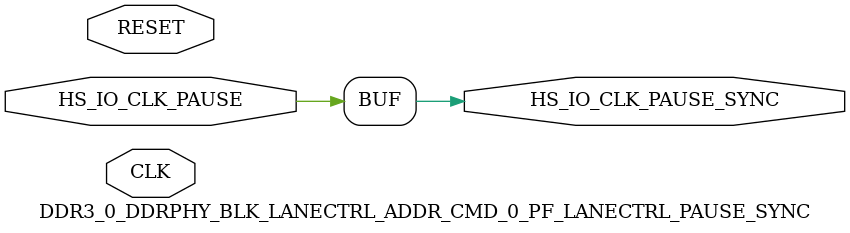
<source format=v>


module DDR3_0_DDRPHY_BLK_LANECTRL_ADDR_CMD_0_PF_LANECTRL_PAUSE_SYNC( CLK, RESET, HS_IO_CLK_PAUSE, HS_IO_CLK_PAUSE_SYNC );
	
	input CLK, RESET, HS_IO_CLK_PAUSE;
	output HS_IO_CLK_PAUSE_SYNC;

	parameter ENABLE_PAUSE_EXTENSION = 2'b00;

	reg pause_reg_0, pause_reg_1, pause;
	wire pause_sync_0_i;

	generate 
		if( ENABLE_PAUSE_EXTENSION == 3'b000 ) begin : feed
			assign HS_IO_CLK_PAUSE_SYNC = HS_IO_CLK_PAUSE;
		end else if( ENABLE_PAUSE_EXTENSION == 3'b001 ) begin : pipe
			(* HS_IO_CLK_PAUSE_SYNC = 1, syn_keep = 1 *) SLE pause_sync_0(
				.CLK( CLK ),
				.D( HS_IO_CLK_PAUSE ),
				.Q( pause_sync_0_i ),
				.LAT( 1'b0 ),
				.EN( 1'b1 ),
				.ALn( ~RESET ),
				.ADn( 1'b1 ),
				.SLn( 1'b1 ),
				.SD( 1'b0 )
				);

			(* HS_IO_CLK_PAUSE_SYNC = 1, syn_keep = 1 *) SLE pause_sync (
				.CLK( CLK ),
				.D( pause_sync_0_i ),
				.Q( HS_IO_CLK_PAUSE_SYNC ),
				.LAT( 1'b0 ),
				.EN( 1'b1 ),
				.ALn( ~RESET ),
				.ADn( 1'b1 ),
				.SLn( 1'b1 ),
				.SD( 1'b0 )
				);
		end else if ( ENABLE_PAUSE_EXTENSION == 3'b010 ) begin : ext_pipe
			always @(posedge CLK or posedge RESET) begin : ext
				if( RESET == 1'b1 ) begin
					pause_reg_0 <= 1'b0;
					pause_reg_1 <= 1'b0;
					pause <= 1'b0;
				end else begin
					pause_reg_0 <= HS_IO_CLK_PAUSE;
					pause_reg_1 <= pause_reg_0;
					if( HS_IO_CLK_PAUSE == 1'b0 && pause_reg_0 ==1'b1 && pause_reg_1 == 1'b0 )
						pause <= 1'b1; // Extend by 1 cycle if the pulse is less than a cycle
					else
						pause <= HS_IO_CLK_PAUSE;
				end
			end

			(* HS_IO_CLK_PAUSE_SYNC = 1, syn_keep = 1 *) SLE pause_sync (
				.CLK( CLK ),
				.D( pause ),
				.Q( HS_IO_CLK_PAUSE_SYNC ),
				.LAT( 1'b0 ),
				.EN( 1'b1 ),
				.ALn( ~RESET ),
				.ADn( 1'b1 ),
				.SLn( 1'b1 ),
				.SD( 1'b0 )
				);
		end else if ( ENABLE_PAUSE_EXTENSION == 3'b011 ) begin : pipe_fall 
			(* HS_IO_CLK_PAUSE_SYNC = 1, syn_keep = 1 *) SLE pause_sync_0 (
				.CLK( CLK ),
				.D( HS_IO_CLK_PAUSE ),
				.Q( pause_sync_0_i ),
				.LAT( 1'b0 ),
				.EN( 1'b1 ),
				.ALn( ~RESET ),
				.ADn( 1'b1 ),
				.SLn( 1'b1 ),
				.SD( 1'b0 )
				);

			(* HS_IO_CLK_PAUSE_SYNC = 1, syn_keep = 1 *) SLE pause_sync (
				.CLK( ~CLK ),
				.D( pause_sync_0_i ),
				.Q( HS_IO_CLK_PAUSE_SYNC ),
				.LAT( 1'b0 ),
				.EN( 1'b1 ),
				.ALn( ~RESET ),
				.ADn( 1'b1 ),
				.SLn( 1'b1 ),
				.SD( 1'b0 )
				);
		end else if ( ENABLE_PAUSE_EXTENSION == 3'b100 ) begin : ext_pipe_fall 
			always @(posedge CLK or posedge RESET) begin : ext
				if( RESET == 1'b1 ) begin
					pause_reg_0 <= 1'b0;
					pause_reg_1 <= 1'b0;
					pause <= 1'b0;
				end else begin
					pause_reg_0 <= HS_IO_CLK_PAUSE;
					pause_reg_1 <= pause_reg_0;
					if( HS_IO_CLK_PAUSE == 1'b0 && pause_reg_0 ==1'b1 && pause_reg_1 == 1'b0 )
						pause <= 1'b1; // Extend by 1 cycle if the pulse is less than a cycle
					else
						pause <= HS_IO_CLK_PAUSE;
				end
			end

			(* HS_IO_CLK_PAUSE_SYNC = 1, syn_keep = 1 *) SLE pause_sync (
				.CLK( ~CLK ),
				.D( pause ),
				.Q( HS_IO_CLK_PAUSE_SYNC ),
				.LAT( 1'b0 ),
				.EN( 1'b1 ),
				.ALn( ~RESET ),
				.ADn( 1'b1 ),
				.SLn( 1'b1 ),
				.SD( 1'b0 )
				);
		end
	endgenerate

endmodule
</source>
